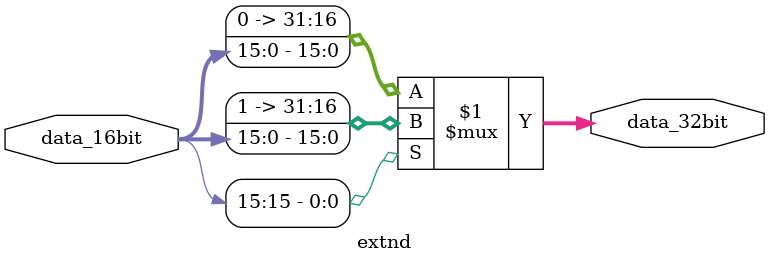
<source format=v>
`timescale 1ns / 1ps
module extnd(data_32bit,data_16bit
    );
input [15:0] data_16bit;
output [31:0] data_32bit;

assign data_32bit=data_16bit[15] ? {16'hFFFF,data_16bit} : {16'h0000,data_16bit};

endmodule

</source>
